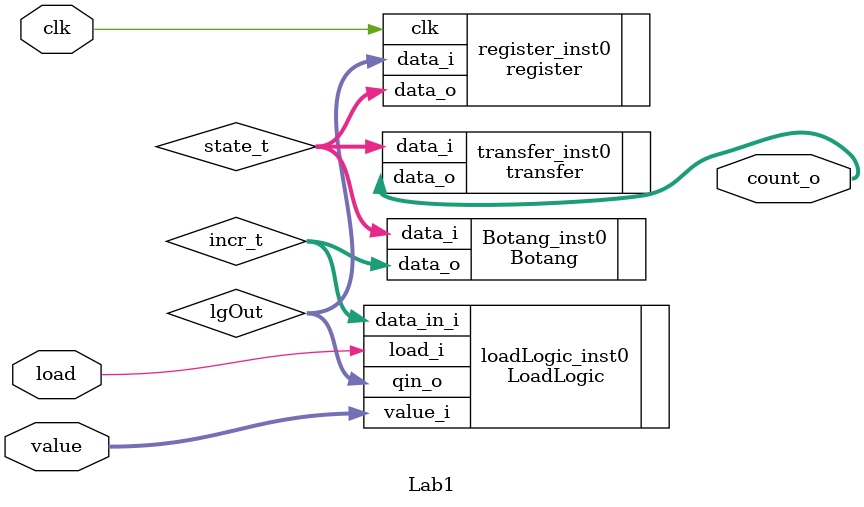
<source format=v>
module Lab1(clk,count_o,load,value);
input 		 clk;
input        load;
input [3:0]  value;
output [3:0] count_o;
//declare data type for ports
wire 		  clk;
wire 		  load;
wire [3:0] count_o;
wire [3:0] value;
//declare internal signal
wire [2:0] incr_t;
wire [2:0] state_t;
wire [2:0] lgOut;
//Functional description
register register_inst0(
		.clk(clk),
		.data_i(lgOut),
		.data_o(state_t)
	);
Botang Botang_inst0(
		.data_i(state_t),
		.data_o(incr_t)
	);
transfer transfer_inst0(
		.data_i(state_t),
		.data_o(count_o)
);
LoadLogic loadLogic_inst0(
		.data_in_i(incr_t),
		.load_i(load),
		.value_i(value),
		.qin_o(lgOut)
);
endmodule
</source>
